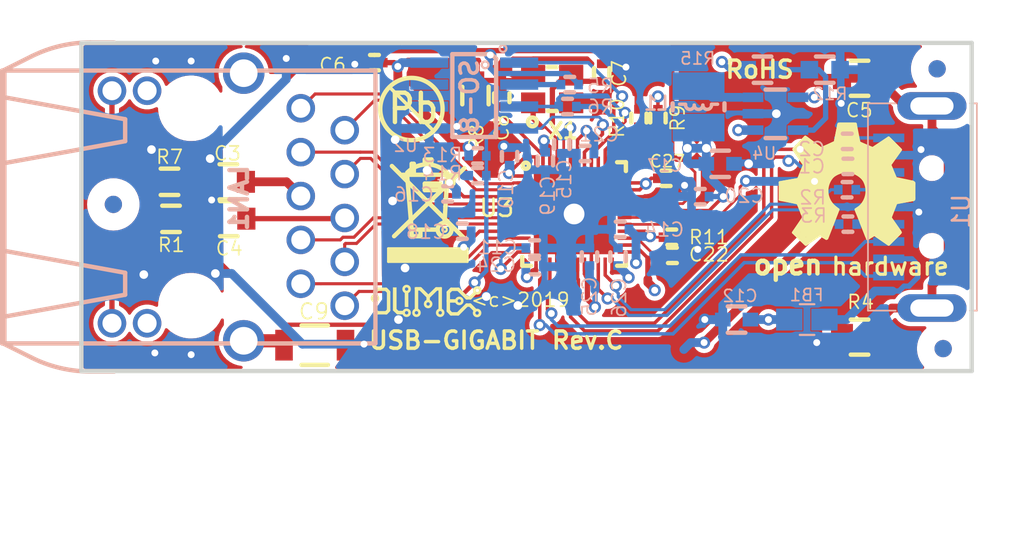
<source format=kicad_pcb>
(kicad_pcb (version 20221018) (generator pcbnew)
  (layers (0 "F.Cu" mixed) (1 "In1.Cu" mixed) (2 "In2.Cu" mixed) (31 "B.Cu" mixed) (34 "B.Paste" user) (35 "F.Paste" user) (36 "B.SilkS" user "B.Silkscreen") (37 "F.SilkS" user "F.Silkscreen") (38 "B.Mask" user) (39 "F.Mask" user) (44 "Edge.Cuts" user))
  (net 0 "")
  (net 1 "Net-(C3-Pad1)")
  (net 2 "GND")
  (net 3 "Net-(C4-Pad1)")
  (net 4 "Net-(C5-Pad1)")
  (net 5 "+3V3")
  (net 6 "Net-(C7-Pad2)")
  (net 7 "Net-(C8-Pad1)")
  (net 8 "Net-(C9-Pad1)")
  (net 9 "Net-(C12-Pad1)")
  (net 10 "/V12")
  (net 11 "Net-(LAN1-Pad12)")
  (net 12 "Net-(LAN1-Pad14)")
  (net 13 "Net-(R5-Pad2)")
  (net 14 "Net-(R6-Pad1)")
  (net 15 "Net-(R8-Pad1)")
  (net 16 "Net-(R10-Pad2)")
  (net 17 "Net-(R11-Pad1)")
  (net 18 "Net-(U2-Pad1)")
  (net 19 "Net-(U2-Pad6)")
  (net 20 "Net-(U2-Pad7)")
  (net 21 "Net-(U3-Pad39)")
  (net 22 "/U3STX_P")
  (net 23 "/U3TX_P")
  (net 24 "/U3STX_N")
  (net 25 "/U3TX_N")
  (net 26 "/VBUS")
  (net 27 "/LED0")
  (net 28 "/LED1")
  (net 29 "/M3_N")
  (net 30 "/M3_P")
  (net 31 "/M2_N")
  (net 32 "/M2_P")
  (net 33 "/M1_N")
  (net 34 "/M1_P")
  (net 35 "/M0_N")
  (net 36 "/M0_P")
  (net 37 "/U2D_P")
  (net 38 "/U2_P")
  (net 39 "/U2D_N")
  (net 40 "/U2_N")
  (net 41 "/U3SRX_N")
  (net 42 "/U3SRX_P")
  (net 43 "Net-(C22-Pad1)")
  (net 44 "Net-(L1-Pad1)")
  (net 45 "Net-(R12-Pad1)")
  (net 46 "Net-(U3-Pad36)")
  (net 47 "/LED2")
  (footprint "OLIMEX_Other-FP:via_0.5_0.6" (layer "F.Cu") (at 73.7235 73.533)
    (fp_text reference "REF**" hide)
    (fp_text value "via_0.5_0.6")
  )
  (footprint "OLIMEX_Other-FP:via_0.5_0.6" (layer "F.Cu") (at 73 69.65)
    (fp_text reference "REF**" hide)
    (fp_text value "via_0.5_0.6")
  )
  (footprint "OLIMEX_Other-FP:via_0.5_0.6" (layer "F.Cu") (at 73.15 66.1)
    (fp_text reference "REF**" hide)
    (fp_text value "via_0.5_0.6")
  )
  (footprint "OLIMEX_Other-FP:via_0.5_0.6" (layer "F.Cu") (at 95.2 64.6)
    (fp_text reference "REF**" hide)
    (fp_text value "via_0.5_0.6")
  )
  (footprint "OLIMEX_Other-FP:via_0.5_0.6" (layer "F.Cu") (at 93.6 67.5)
    (fp_text reference "REF**" hide)
    (fp_text value "via_0.5_0.6")
  )
  (footprint "OLIMEX_Other-FP:via_0.5_0.6" (layer "F.Cu") (at 78.4225 75.184)
    (fp_text reference "REF**" hide)
    (fp_text value "via_0.5_0.6")
  )
  (footprint "OLIMEX_Other-FP:via_0.5_0.6" (layer "F.Cu") (at 80.25 75.7)
    (fp_text reference "REF**" hide)
    (fp_text value "via_0.5_0.6")
  )
  (footprint "OLIMEX_Other-FP:via_0.5_0.6" (layer "F.Cu") (at 90.05 66.6)
    (fp_text reference "REF**" hide)
    (fp_text value "via_0.5_0.6")
  )
  (footprint "OLIMEX_Other-FP:via_0.5_0.6" (layer "F.Cu") (at 91.15 66.6)
    (fp_text reference "REF**" hide)
    (fp_text value "via_0.5_0.6")
  )
  (footprint "OLIMEX_LOGOs-FP:OLIMEX_LOGO_SMALL_TB" (layer "F.Cu") (at 74.93 75.438)
    (fp_text reference "")
    (fp_text value "")
  )
  (footprint "OLIMEX_LOGOs-FP:LOGO_OPENHARDWARE_8x8" (layer "F.Cu") (at 99.2759 69.1769)
    (fp_text reference "" hide)
    (fp_text value "" hide)
  )
  (footprint "OLIMEX_LOGOs-FP:LOGO_PBFREE" (layer "F.Cu") (at 74.295 64.643)
    (fp_text reference "")
    (fp_text value "")
  )
  (footprint "OLIMEX_RLC-FP:C_0805_5MIL_DWS" (layer "F.Cu") (at 63.5 68.5419 180)
    (fp_text reference "C3")
    (fp_text value "100nF")
  )
  (footprint "OLIMEX_RLC-FP:C_0805_5MIL_DWS" (layer "F.Cu") (at 63.5254 70.6755 180)
    (fp_text reference "C4")
    (fp_text value "100nF")
  )
  (footprint "OLIMEX_RLC-FP:C_0805_5MIL_DWS" (layer "F.Cu") (at 100.0125 62.5475 180)
    (fp_text reference "C5")
    (fp_text value "100nF/50V")
  )
  (footprint "OLIMEX_RLC-FP:C_0402_5MIL_DWS" (layer "F.Cu") (at 71.9535 61.6425)
    (fp_text reference "C6")
    (fp_text value "n.a.")
  )
  (footprint "OLIMEX_RLC-FP:C_0402_5MIL_DWS" (layer "F.Cu") (at 85.098 62.214 -90)
    (fp_text reference "C7")
    (fp_text value "39 pF")
  )
  (footprint "OLIMEX_RLC-FP:C_0402_5MIL_DWS" (layer "F.Cu") (at 79.3195 63.6745 90)
    (fp_text reference "C8")
    (fp_text value "39 pF")
  )
  (footprint "OLIMEX_RLC-FP:C_1206_5MIL_DWS_ISO" (layer "F.Cu") (at 68.5 78)
    (fp_text reference "C9")
    (fp_text value "1nF/2kV/X7R")
  )
  (footprint "OLIMEX_RLC-FP:C_0402_5MIL_DWS" (layer "F.Cu") (at 89.1874 72.8)
    (fp_text reference "C22")
    (fp_text value "100nF")
  )
  (footprint "OLIMEX_RLC-FP:R_0805_5MIL_DWS" (layer "F.Cu") (at 100.0125 77.5335 180)
    (fp_text reference "R4")
    (fp_text value "10R")
  )
  (footprint "OLIMEX_RLC-FP:R_0402_5MIL_DWS" (layer "F.Cu") (at 88.35 64.85 -90)
    (fp_text reference "R9")
    (fp_text value "2.2K")
  )
  (footprint "OLIMEX_RLC-FP:R_0402_5MIL_DWS" (layer "F.Cu") (at 87.249 64.85 -90)
    (fp_text reference "R10")
    (fp_text value "dnp")
  )
  (footprint "OLIMEX_RLC-FP:R_0402_5MIL_DWS" (layer "F.Cu") (at 89.15 71.75 180)
    (fp_text reference "R11")
    (fp_text value "2.2K")
  )
  (footprint "OLIMEX_LOGOs-FP:LOGO_RECYCLEBIN_1" (layer "F.Cu") (at 72.7075 73.2155)
    (fp_text reference "" hide)
    (fp_text value "" hide)
  )
  (footprint "OLIMEX_IC-FP:QFN48-6x6mm-OLIMEX_V2" (layer "F.Cu") (at 83.5 70.4055 -90)
    (fp_text reference "U3")
    (fp_text value "RTL8153VCCG")
  )
  (footprint "OLIMEX_Crystal-FP:TSX-3.2x2.5mm_GND(4)" (layer "F.Cu") (at 82.2325 63.1698)
    (fp_text reference "X1")
    (fp_text value "SMD РЕЗ. 3225 25 Mhz 20 pf 30ppm 4p")
  )
  (footprint "OLIMEX_Other-FP:via_0.5_0.6" (layer "F.Cu") (at 74.9935 67.8815)
    (fp_text reference "REF**" hide)
    (fp_text value "via_0.5_0.6")
  )
  (footprint "OLIMEX_Other-FP:via_0.5_0.6" (layer "F.Cu") (at 73.3425 76.5175)
    (fp_text reference "REF**" hide)
    (fp_text value "via_0.5_0.6")
  )
  (footprint "OLIMEX_Other-FP:via_0.5_0.6" (layer "F.Cu") (at 62.75 73.85)
    (fp_text reference "REF**" hide)
    (fp_text value "via_0.5_0.6")
  )
  (footprint "OLIMEX_Other-FP:via_0.5_0.6" (layer "F.Cu") (at 58.6105 73.914)
    (fp_text reference "REF**" hide)
    (fp_text value "via_0.5_0.6")
  )
  (footprint "OLIMEX_Other-FP:via_0.5_0.6" (layer "F.Cu") (at 59.055 66.675)
    (fp_text reference "REF**" hide)
    (fp_text value "via_0.5_0.6")
  )
  (footprint "OLIMEX_Other-FP:via_0.5_0.6" (layer "F.Cu") (at 62.45 67.2)
    (fp_text reference "REF**" hide)
    (fp_text value "via_0.5_0.6")
  )
  (footprint "OLIMEX_Other-FP:Fiducial1x3_transp" (layer "F.Cu") (at 104.5 62)
    (fp_text reference "Ref**" hide)
    (fp_text value "Val**")
  )
  (footprint "OLIMEX_Other-FP:Fiducial1x3_transp" (layer "F.Cu") (at 104.85 78.2)
    (fp_text reference "Ref**" hide)
    (fp_text value "Val**")
  )
  (footprint "OLIMEX_Other-FP:Fiducial1x3_transp" (layer "F.Cu") (at 56.85 69.85)
    (fp_text reference "Ref**" hide)
    (fp_text value "Val**")
  )
  (footprint "OLIMEX_RLC-FP:C_0402_5MIL_DWS" (layer "F.Cu") (at 88.8238 68.3387)
    (fp_text reference "C27")
    (fp_text value "100nF")
  )
  (footprint "OLIMEX_RLC-FP:R_0603_5MIL_DWS" (layer "F.Cu") (at 60.1853 70.6882)
    (fp_text reference "R1")
    (fp_text value "1K")
  )
  (footprint "OLIMEX_RLC-FP:R_0603_5MIL_DWS" (layer "F.Cu") (at 60.0964 68.5419)
    (fp_text reference "R7")
    (fp_text value "1K")
  )
  (footprint "OLIMEX_RLC-FP:R_0603_5MIL_DWS" (layer "F.Cu") (at 77.7955 63.5475 90)
    (fp_text reference "R8")
    (fp_text value "2.49K/1%")
  )
  (footprint "OLIMEX_RLC-FP:C_0402_5MIL_DWS" (layer "B.Cu") (at 99.3 66.2)
    (fp_text reference "C2")
    (fp_text value "100nF")
  )
  (footprint "OLIMEX_RLC-FP:C_0402_5MIL_DWS" (layer "B.Cu") (at 79.7687 67.0687 -90)
    (fp_text reference "C10")
    (fp_text value "100nF")
  )
  (footprint "OLIMEX_RLC-FP:C_0402_5MIL_DWS" (layer "B.Cu") (at 81.2165 72.374 180)
    (fp_text reference "C11")
    (fp_text value "100nF")
  )
  (footprint "OLIMEX_RLC-FP:C_0603_5MIL_DWS" (layer "B.Cu") (at 92.9005 76.5175 180)
    (fp_text reference "C12")
    (fp_text value "2.2uF")
  )
  (footprint "OLIMEX_RLC-FP:C_0402_5MIL_DWS" (layer "B.Cu") (at 86.1695 71.2945)
    (fp_text reference "C14")
    (fp_text value "100nF")
  )
  (footprint "OLIMEX_RLC-FP:C_0402_5MIL_DWS" (layer "B.Cu") (at 82.7913 66.3829 90)
    (fp_text reference "C15")
    (fp_text value "100nF")
  )
  (footprint "OLIMEX_RLC-FP:C_0402_5MIL_DWS" (layer "B.Cu") (at 76.1873 69.2404)
    (fp_text reference "C16")
    (fp_text value "100nF")
  )
  (footprint "OLIMEX_RLC-FP:C_0603_5MIL_DWS" (layer "B.Cu") (at 91.95 67.5)
    (fp_text reference "C17")
    (fp_text value "2.2uF")
  )
  (footprint "OLIMEX_RLC-FP:C_0402_5MIL_DWS" (layer "B.Cu") (at 77.0382 71.3994)
    (fp_text reference "C18")
    (fp_text value "100nF")
  )
  (footprint "OLIMEX_RLC-FP:C_0402_5MIL_DWS" (layer "B.Cu") (at 81.8388 67.3354 90)
    (fp_text reference "C19")
    (fp_text value "100nF")
  )
  (footprint "OLIMEX_RLC-FP:C_0402_5MIL_DWS" (layer "B.Cu") (at 90.8 69.4)
    (fp_text reference "C20")
    (fp_text value "100nF")
  )
  (footprint "OLIMEX_RLC-FP:C_0402_5MIL_DWS" (layer "B.Cu") (at 84.1375 66.9036)
    (fp_text reference "C21")
    (fp_text value "100nF")
  )
  (footprint "OLIMEX_RLC-FP:C_0402_5MIL_DWS" (layer "B.Cu") (at 81.2165 73.4535 180)
    (fp_text reference "C24")
    (fp_text value "100nF")
  )
  (footprint "OLIMEX_RLC-FP:C_0402_5MIL_DWS" (layer "B.Cu") (at 84.3915 72.882 -90)
    (fp_text reference "C25")
    (fp_text value "100nF")
  )
  (footprint "OLIMEX_RLC-FP:C_0402_5MIL_DWS" (layer "B.Cu") (at 86.0425 72.882 -90)
    (fp_text reference "C26")
    (fp_text value "100nF")
  )
  (footprint "OLIMEX_RLC-FP:L_0805_5MIL_DWS" (layer "B.Cu") (at 96.964501 76.5175 180)
    (fp_text reference "FB1")
    (fp_text value "FB0805")
  )
  (footprint "OLIMEX_Connectors-FP:TM211Q01FM22" (layer "B.Cu") (at 61.3415 70 -90)
    (fp_text reference "LAN1")
    (fp_text value "TM211Q01FM22")
  )
  (footprint "OLIMEX_RLC-FP:R_0402_5MIL_DWS" (layer "B.Cu") (at 99.2886 68.9991)
    (fp_text reference "R2")
    (fp_text value "22R")
  )
  (footprint "OLIMEX_RLC-FP:R_0402_5MIL_DWS" (layer "B.Cu") (at 99.3394 70.993)
    (fp_text reference "R3")
    (fp_text value "22R")
  )
  (footprint "OLIMEX_RLC-FP:R_0402_5MIL_DWS" (layer "B.Cu") (at 83.2485 62.9125 180)
    (fp_text reference "R5")
    (fp_text value "n.a.")
  )
  (footprint "OLIMEX_RLC-FP:R_0402_5MIL_DWS" (layer "B.Cu") (at 83.1215 64.1825)
    (fp_text reference "R6")
    (fp_text value "n.a.")
  )
  (footprint "OLIMEX_RLC-FP:R_0402_5MIL_DWS" (layer "B.Cu") (at 77.9145 67.04)
    (fp_text reference "R13")
    (fp_text value "n.a.")
  )
  (footprint "OLIMEX_RLC-FP:R_0402_5MIL_DWS" (layer "B.Cu") (at 77.9145 68.183 180)
    (fp_text reference "R14")
    (fp_text value "dnp")
  )
  (footprint "OLIMEX_IC-FP:SO-8" (layer "B.Cu") (at 77.724 63.5475 -90)
    (fp_text reference "U2")
    (fp_text value "93LC46")
  )
  (footprint "OLIMEX_Other-FP:Fiducial1x3_transp" (layer "B.Cu") (at 56.85 69.85)
    (fp_text reference "Ref**" hide)
    (fp_text value "Val**")
  )
  (footprint "OLIMEX_Other-FP:Fiducial1x3_transp" (layer "B.Cu") (at 104.5 62)
    (fp_text reference "Ref**" hide)
    (fp_text value "Val**")
  )
  (footprint "OLIMEX_Other-FP:Fiducial1x3_transp" (layer "B.Cu") (at 104.85 78.2)
    (fp_text reference "Ref**" hide)
    (fp_text value "Val**")
  )
  (footprint "OLIMEX_Connectors-FP:USB3_A_MALE" (layer "B.Cu") (at 106.85 70 -90)
    (fp_text reference "U1")
    (fp_text value "USBA30MALE")
  )
  (footprint "OLIMEX_RLC-FP:CD32" (layer "B.Cu") (at 90.7 64.2 -90)
    (fp_text reference "L1")
    (fp_text value "2.2uH")
  )
  (footprint "OLIMEX_RLC-FP:R_0603_5MIL_DWS" (layer "B.Cu") (at 98 62.05)
    (fp_text reference "R12")
    (fp_text value "1.1K/1%")
  )
  (footprint "OLIMEX_RLC-FP:R_0603_5MIL_DWS" (layer "B.Cu") (at 94.4 62.05)
    (fp_text reference "R15")
    (fp_text value "1.1K/1%")
  )
  (footprint "OLIMEX_IC-FP:SOT-23-5" (layer "B.Cu") (at 95.15 64.6 180)
    (fp_text reference "U4")
    (fp_text value "SY8009AAAC(SOT23-5)")
  )
  (footprint "OLIMEX_RLC-FP:C_0402_5MIL_DWS" (layer "B.Cu") (at 99.3394 67.65)
    (fp_text reference "C1")
    (fp_text value "100nF")
  )
  (gr_line (start 55 79.5) (end 55 60.5) (stroke (width 0.25)) (layer "Edge.Cuts"))
  (gr_line (start 106.5 79.5) (end 55 79.5) (stroke (width 0.25)) (layer "Edge.Cuts"))
  (gr_line (start 106.5 60.5) (end 106.5 79.5) (stroke (width 0.25)) (layer "Edge.Cuts"))
  (gr_line (start 55 60.5) (end 106.5 60.5) (stroke (width 0.25)) (layer "Edge.Cuts"))
  (gr_text "USB-GIGABIT Rev.C" (at 78.994 77.724) (layer "F.SilkS") (effects (font (size 1 1) (thickness 0.2))))
  (gr_text "RoHS" (at 94.234 62.0395) (layer "F.SilkS") (effects (font (size 1 1) (thickness 0.2))))
  (gr_text "<c>2019" (at 80.391 75.3745) (layer "F.SilkS") (effects (font (size 0.8 0.8) (thickness 0.1))))
  (segment (start 64.516 68.5419) (end 66.8684 68.5419) (width 0.508) (layer "F.Cu") (net 1))
  (segment (start 66.8684 68.5419) (end 67.6915 69.365) (width 0.508) (layer "F.Cu") (net 1))
  (segment (start 85.372593 63.573007) (end 85.372593 63.48935) (width 0.3048) (layer "F.Cu") (net 2))
  (segment (start 86.0811 62.3189) (end 86.150001 62.249999) (width 0.3048) (layer "F.Cu") (net 2))
  (segment (start 82.5 73.3255) (end 82.5 71.7355) (width 0.1999) (layer "F.Cu") (net 2))
  (segment (start 87.274 64.3382) (end 87.249 64.3382) (width 0.2032) (layer "F.Cu") (net 2))
  (segment (start 62.484 68.5419) (end 62.484 69.5452) (width 0.3048) (layer "F.Cu") (net 2))
  (segment (start 71.2885 78) (end 71.3486 77.9399) (width 0.3048) (layer "F.Cu") (net 2))
  (segment (start 83.448873 64.392373) (end 83.564891 64.392373) (width 0.1999) (layer "F.Cu") (net 2))
  (segment (start 89.230201 69.4055) (end 89.890601 68.7451) (width 0.1999) (layer "F.Cu") (net 2))
  (segment (start 97.8535 77.5335) (end 97.536 77.851) (width 0.508) (layer "F.Cu") (net 2))
  (segment (start 87.249 62.649) (end 86.849999 62.249999) (width 0.1999) (layer "F.Cu") (net 2))
  (segment (start 82.5 71.7355) (end 82.335 71.5705) (width 0.1999) (layer "F.Cu") (net 2))
  (segment (start 79.9719 61.4426) (end 79.375 62.0395) (width 0.3048) (layer "F.Cu") (net 2))
  (segment (start 89.3318 68.3387) (end 89.484201 68.3387) (width 0.3048) (layer "F.Cu") (net 2))
  (segment (start 82.9 73.3255) (end 82.9 72.1355) (width 0.1999) (layer "F.Cu") (net 2))
  (segment (start 82.9 72.1355) (end 82.335 71.5705) (width 0.1999) (layer "F.Cu") (net 2))
  (segment (start 84.244311 61.432111) (end 81.1405 61.432111) (width 0.3048) (layer "F.Cu") (net 2))
  (segment (start 62.484 69.5452) (end 62.5348 69.596) (width 0.3048) (layer "F.Cu") (net 2))
  (segment (start 81.1405 61.7792) (end 81.1405 62.684) (width 0.3048) (layer "F.Cu") (net 2))
  (segment (start 85.8139 63.048043) (end 85.8139 62.3189) (width 0.3048) (layer "F.Cu") (net 2))
  (segment (start 83.3325 63.9698) (end 84.9758 63.9698) (width 0.508) (layer "F.Cu") (net 2))
  (segment (start 79.3918 62.684) (end 79.3195 62.6117) (width 0.3048) (layer "F.Cu") (net 2))
  (segment (start 81.1405 62.684) (end 79.3918 62.684) (width 0.3048) (layer "F.Cu") (net 2))
  (segment (start 85.8139 62.3189) (end 85.8139 61.8421) (width 0.3048) (layer "F.Cu") (net 2))
  (segment (start 84.5 73.3255) (end 84.5 71.7355) (width 0.1999) (layer "F.Cu") (net 2))
  (segment (start 62.5348 70.6501) (end 62.5094 70.6755) (width 0.3048) (layer "F.Cu") (net 2))
  (segment (start 84.83 69.4055) (end 84.665 69.2405) (width 0.1999) (layer "F.Cu") (net 2))
  (segment (start 85.372593 63.48935) (end 85.8139 63.048043) (width 0.3048) (layer "F.Cu") (net 2))
  (segment (start 89.484201 68.3387) (end 89.890601 68.7451) (width 0.3048) (layer "F.Cu") (net 2))
  (segment (start 79.3188 62.611) (end 79.2553 62.6745) (width 0.3048) (layer "F.Cu") (net 2))
  (segment (start 79.2553 62.6745) (end 77.8115 62.6745) (width 0.3048) (layer "F.Cu") (net 2))
  (segment (start 70.278 78) (end 71.2885 78) (width 0.3048) (layer "F.Cu") (net 2))
  (segment (start 83.3405 64.284) (end 83.448873 64.392373) (width 0.1999) (layer "F.Cu") (net 2))
  (segment (start 84.9758 63.9698) (end 85.372593 63.573007) (width 0.508) (layer "F.Cu") (net 2))
  (segment (start 85.8139 61.8421) (end 85.6778 61.706) (width 0.3048) (layer "F.Cu") (net 2))
  (segment (start 81.153 61.4426) (end 79.9719 61.4426) (width 0.3048) (layer "F.Cu") (net 2))
  (segment (start 62.5348 69.596) (end 62.5348 70.6501) (width 0.3048) (layer "F.Cu") (net 2))
  (segment (start 77.8115 62.6745) (end 77.7955 62.6585) (width 0.3048) (layer "F.Cu") (net 2))
  (segment (start 86.150001 62.249999) (end 86.5 61.9) (width 0.3048) (layer "F.Cu") (net 2))
  (segment (start 86.42 69.4055) (end 89.230201 69.4055) (width 0.1999) (layer "F.Cu") (net 2))
  (segment (start 87.249 64.3382) (end 87.3302 64.3382) (width 0.1999) (layer "F.Cu") (net 2))
  (segment (start 71.4455 61.6425) (end 70.8907 61.6425) (width 0.3048) (layer "F.Cu") (net 2))
  (segment (start 59.055 66.675) (end 59.0677 66.675) (width 0.508) (layer "F.Cu") (net 2))
  (segment (start 85.8139 62.3189) (end 86.0811 62.3189) (width 0.3048) (layer "F.Cu") (net 2))
  (segment (start 81.153 61.7667) (end 81.153 61.4426) (width 0.3048) (layer "F.Cu") (net 2))
  (segment (start 86.849999 62.249999) (end 86.5 61.9) (width 0.1999) (layer "F.Cu") (net 2))
  (segment (start 70.8907 61.6425) (end 70.8152 61.718) (width 0.3048) (layer "F.Cu") (net 2))
  (segment (start 87.249 64.342) (end 87.249 62.649) (width 0.1999) (layer "F.Cu") (net 2))
  (segment (start 84.5 71.7355) (end 84.665 71.5705) (width 0.1999) (layer "F.Cu") (net 2))
  (segment (start 86.42 69.4055) (end 84.83 69.4055) (width 0.1999) (layer "F.Cu") (net 2))
  (segment (start 79.3195 62.6117) (end 79.3188 62.611) (width 0.3048) (layer "F.Cu") (net 2))
  (segment (start 81.1405 61.432111) (end 81.1405 61.7792) (width 0.3048) (layer "F.Cu") (net 2))
  (segment (start 84.5182 61.706) (end 84.244311 61.432111) (width 0.3048) (layer "F.Cu") (net 2))
  (segment (start 98.9965 77.5335) (end 97.8535 77.5335) (width 0.508) (layer "F.Cu") (net 2))
  (segment (start 85.6778 61.706) (end 85.098 61.706) (width 0.3048) (layer "F.Cu") (net 2))
  (segment (start 90.6493 72.4502) (end 90.6526 72.4535) (width 0.3048) (layer "F.Cu") (net 2))
  (segment (start 79.3195 63.1665) (end 79.3195 62.6117) (width 0.3048) (layer "F.Cu") (net 2))
  (segment (start 81.1405 61.7792) (end 81.153 61.7667) (width 0.3048) (layer "F.Cu") (net 2))
  (segment (start 70.8152 61.718) (end 70.8152 61.7347) (width 0.3048) (layer "F.Cu") (net 2))
  (via (at 79.4385 66.4845) (size 0.7) (drill 0.4) (layers "F.Cu" "B.Cu") (net 2))
  (via (at 97.536 77.851) (size 0.7) (drill 0.4) (layers "F.Cu" "B.Cu") (net 2))
  (via (at 70.8152 61.7347) (size 0.7) (drill 0.4) (layers "F.Cu" "B.Cu") (net 2))
  (via (at 103.5685 66.675) (size 0.7) (drill 0.4) (layers "F.Cu" "B.Cu") (net 2))
  (via (at 86.5 61.9) (size 0.7) (drill 0.4) (layers "F.Cu" "B.Cu") (net 2))
  (via (at 76.717018 65.332482) (size 0.7) (drill 0.4) (layers "F.Cu" "B.Cu") (net 2))
  (via (at 90.6526 72.4535) (size 0.7) (drill 0.4) (layers "F.Cu" "B.Cu") (net 2))
  (via (at 61.35 78.55) (size 0.7) (drill 0.4) (layers "F.Cu" "B.Cu") (net 2))
  (via (at 103.4415 70.2945) (size 0.7) (drill 0.4) (layers "F.Cu" "B.Cu") (net 2))
  (via (at 66.85 61.4) (size 0.7) (drill 0.4) (layers "F.Cu" "B.Cu") (net 2))
  (via (at 62.5348 69.596) (size 0.7) (drill 0.4) (layers "F.Cu" "B.Cu") (net 2))
  (via (at 71.3486 77.9399) (size 0.7) (drill 0.4) (layers "F.Cu" "B.Cu") (net 2))
  (via (at 61.35 61.55) (size 0.7) (drill 0.4) (layers "F.Cu" "B.Cu") (net 2))
  (via (at 98.95 64) (size 0.7) (drill 0.4) (layers "F.Cu" "B.Cu") (net 2))
  (via (at 59.3 61.55) (size 0.7) (drill 0.4) (layers "F.Cu" "B.Cu") (net 2))
  (via (at 59.25 78.45) (size 0.7) (drill 0.4) (layers "F.Cu" "B.Cu") (net 2))
  (via (at 91.059 76.5175) (size 0.7) (drill 0.4) (layers "F.Cu" "B.Cu") (net 2))
  (via (at 89.890601 68.7451) (size 0.7) (drill 0.4) (layers "F.Cu" "B.Cu") (net 2))
  (segment (start 81.8388 67.8434) (end 81.8388 68.7443) (width 0.508) (layer "B.Cu") (net 2))
  (segment (start 82.7913 67.9958) (end 83.5 68.7045) (width 0.3048) (layer "B.Cu") (net 2))
  (segment (start 92.0115 76.5175) (end 91.059 76.5175) (width 0.508) (layer "B.Cu") (net 2))
  (segment (start 101.7035 67) (end 103.2435 67) (width 0.3048) (layer "B.Cu") (net 2))
  (segment (start 89.890601 69.240601) (end 90.05 69.4) (width 0.3048) (layer "B.Cu") (net 2))
  (segment (start 81.8388 68.7443) (end 82.1 69.0055) (width 0.508) (layer "B.Cu") (net 2))
  (segment (start 85.6615 71.2945) (end 84.389 71.2945) (width 0.3048) (layer "B.Cu") (net 2))
  (segment (start 76.597 65.4525) (end 76.717018 65.332482) (width 0.1999) (layer "B.Cu") (net 2))
  (segment (start 82.7913 66.8909) (end 83.6041 66.8909) (width 0.3048) (layer "B.Cu") (net 2))
  (segment (start 84.389 71.2945) (end 83.5 70.4055) (width 0.3048) (layer "B.Cu") (net 2))
  (segment (start 67.78574 77.9399) (end 70.853626 77.9399) (width 0.508) (layer "B.Cu") (net 2))
  (segment (start 75.124 65.4525) (end 76.597 65.4525) (width 0.1999) (layer "B.Cu") (net 2))
  (segment (start 85.111899 64.1825) (end 86.454501 65.525102) (width 0.3048) (layer "B.Cu") (net 2))
  (segment (start 66.85 62.6) (end 66.85 61.4) (width 0.508) (layer "B.Cu") (net 2))
  (segment (start 76.535001 67.581501) (end 75.293499 67.581501) (width 0.508) (layer "B.Cu") (net 2))
  (segment (start 74.4601 68.4149) (end 74.9935 67.8815) (width 0.508) (layer "B.Cu") (net 2))
  (segment (start 75.6793 69.2404) (end 74.9213 69.2404) (width 0.508) (layer "B.Cu") (net 2))
  (segment (start 86.454501 65.525102) (end 86.454501 65.67059) (width 0.3048) (layer "B.Cu") (net 2))
  (segment (start 77.1365 68.183) (end 76.535001 67.581501) (width 0.508) (layer "B.Cu") (net 2))
  (segment (start 74.4601 68.7792) (end 74.4601 68.4149) (width 0.508) (layer "B.Cu") (net 2))
  (segment (start 101.7035 70) (end 103.147 70) (width 0.3048) (layer "B.Cu") (net 2))
  (segment (start 62.75 73.85) (end 63.69584 73.85) (width 0.508) (layer "B.Cu") (net 2))
  (segment (start 89.890601 68.7451) (end 89.890601 69.240601) (width 0.3048) (layer "B.Cu") (net 2))
  (segment (start 79.7687 66.5607) (end 79.5147 66.5607) (width 0.3048) (layer "B.Cu") (net 2))
  (segment (start 79.5147 66.5607) (end 79.4385 66.4845) (width 0.3048) (layer "B.Cu") (net 2))
  (segment (start 77.4065 68.183) (end 77.1365 68.183) (width 0.508) (layer "B.Cu") (net 2))
  (segment (start 83.5 68.7045) (end 83.5 70.4055) (width 0.3048) (layer "B.Cu") (net 2))
  (segment (start 84.3915 72.374) (end 84.3915 71.297) (width 0.3048) (layer "B.Cu") (net 2))
  (segment (start 83.6041 66.8909) (end 83.6168 66.9036) (width 0.3048) (layer "B.Cu") (net 2))
  (segment (start 83.6295 64.1825) (end 85.111899 64.1825) (width 0.3048) (layer "B.Cu") (net 2))
  (segment (start 82.7913 66.8909) (end 82.7913 67.9958) (width 0.3048) (layer "B.Cu") (net 2))
  (segment (start 75.293499 67.581501) (end 74.9935 67.8815) (width 0.508) (layer "B.Cu") (net 2))
  (segment (start 85.6615 71.993) (end 86.0425 72.374) (width 0.3048) (layer "B.Cu") (net 2))
  (segment (start 70.853626 77.9399) (end 71.3486 77.9399) (width 0.508) (layer "B.Cu") (net 2))
  (segment (start 90.05 69.4) (end 90.292 69.4) (width 0.3048) (layer "B.Cu") (net 2))
  (segment (start 85.6615 71.2945) (end 85.6615 71.993) (width 0.3048) (layer "B.Cu") (net 2))
  (segment (start 103.2435 67) (end 103.5685 66.675) (width 0.3048) (layer "B.Cu") (net 2))
  (segment (start 103.147 70) (end 103.4415 70.2945) (width 0.3048) (layer "B.Cu") (net 2))
  (segment (start 74.9213 69.2404) (end 74.4601 68.7792) (width 0.508) (layer "B.Cu") (net 2))
  (segment (start 63.69584 73.85) (end 67.78574 77.9399) (width 0.508) (layer "B.Cu") (net 2))
  (segment (start 86.454501 65.67059) (end 86.8045 66.020589) (width 0.3048) (layer "B.Cu") (net 2))
  (segment (start 62.45 67.2) (end 62.45 67) (width 0.508) (layer "B.Cu") (net 2))
  (segment (start 83.6905 70.215) (end 83.5 70.4055) (width 0.3048) (layer "B.Cu") (net 2))
  (segment (start 86.8045 65.525615) (end 86.8045 66.020589) (width 0.3048) (layer "B.Cu") (net 2))
  (segment (start 62.45 67) (end 66.85 62.6) (width 0.508) (layer "B.Cu") (net 2))
  (segment (start 84.3915 71.297) (end 83.5 70.4055) (width 0.3048) (layer "B.Cu") (net 2))
  (segment (start 70.191 70.6755) (end 70.2315 70.635) (width 0.3048) (layer "F.Cu") (net 3))
  (segment (start 64.5414 70.6755) (end 70.191 70.6755) (width 0.3048) (layer "F.Cu") (net 3))
  (segment (start 104.2035 64.15) (end 104.2035 65.458) (width 0.508) (layer "F.Cu") (net 4))
  (segment (start 105.137501 66.392001) (end 105.137501 73.607999) (width 0.508) (layer "F.Cu") (net 4))
  (segment (start 102.631 64.15) (end 104.2035 64.15) (width 0.508) (layer "F.Cu") (net 4))
  (segment (start 101.0285 62.5475) (end 102.631 64.15) (width 0.508) (layer "F.Cu") (net 4))
  (segment (start 104.2035 74.542) (end 104.2035 75.85) (width 0.508) (layer "F.Cu") (net 4))
  (segment (start 104.2035 65.458) (end 105.137501 66.392001) (width 0.508) (layer "F.Cu") (net 4))
  (segment (start 101.0285 77.5335) (end 101.0285 76.708) (width 0.508) (layer "F.Cu") (net 4))
  (segment (start 101.8865 75.85) (end 104.2035 75.85) (width 0.508) (layer "F.Cu") (net 4))
  (segment (start 101.0285 76.708) (end 101.8865 75.85) (width 0.508) (layer "F.Cu") (net 4))
  (segment (start 105.137501 73.607999) (end 104.2035 74.542) (width 0.508) (layer "F.Cu") (net 4))
  (segment (start 87.609727 71.4055) (end 87.895878 71.691651) (width 0.1999) (layer "F.Cu") (net 5))
  (segment (start 88.642 71.75) (end 87.954227 71.75) (width 0.15494) (layer "F.Cu") (net 5))
  (segment (start 87.300001 68.999999) (end 87.65 68.65) (width 0.1999) (layer "F.Cu") (net 5))
  (segment (start 87.9613 68.3387) (end 87.65 68.65) (width 0.1999) (layer "F.Cu") (net 5))
  (segment (start 73.3044 63.039338) (end 73.3044 62.356674) (width 0.508) (layer "F.Cu") (net 5))
  (segment (start 86.42 69.0055) (end 87.2945 69.0055) (width 0.1999) (layer "F.Cu") (net 5))
  (segment (start 80.666445 67.1) (end 79.733345 68.0331) (width 0.1999) (layer "F.Cu") (net 5))
  (segment (start 81.3 67.1) (end 80.666445 67.1) (width 0.1999) (layer "F.Cu") (net 5))
  (segment (start 86.42 71.4055) (end 87.609727 71.4055) (width 0.1999) (layer "F.Cu") (net 5))
  (segment (start 83.3 67.4855) (end 83.2866 67.4721) (width 0.1999) (layer "F.Cu") (net 5))
  (segment (start 77.3938 66.5353) (end 76.800362 66.5353) (width 0.508) (layer "F.Cu") (net 5))
  (segment (start 72.4615 61.6425) (end 73.0852 61.6425) (width 0.3048) (layer "F.Cu") (net 5))
  (segment (start 79.905745 68.2055) (end 79.733345 68.0331) (width 0.1999) (layer "F.Cu") (net 5))
  (segment (start 83.2866 67.4721) (end 83.2866 65.422665) (width 0.1999) (layer "F.Cu") (net 5))
  (segment (start 87.954227 71.75) (end 87.895878 71.691651) (width 0.15494) (layer "F.Cu") (net 5))
  (segment (start 87.0839 72.8339) (end 87.0839 73.2409) (width 0.1999) (layer "F.Cu") (net 5))
  (segment (start 83.2866 65.422665) (end 83.277947 65.414012) (width 0.1999) (layer "F.Cu") (net 5))
  (segment (start 87.2945 69.0055) (end 87.300001 68.999999) (width 0.1999) (layer "F.Cu") (net 5))
  (segment (start 87.6055 68.6055) (end 87.65 68.65) (width 0.1999) (layer "F.Cu") (net 5))
  (segment (start 73.0852 61.6425) (end 73.3044 61.8617) (width 0.3048) (layer "F.Cu") (net 5))
  (segment (start 80.58 72.6055) (end 80.239 72.6055) (width 0.1999) (layer "F.Cu") (net 5))
  (segment (start 76.800362 66.5353) (end 73.3044 63.039338) (width 0.508) (layer "F.Cu") (net 5))
  (segment (start 80.58 68.2055) (end 79.905745 68.2055) (width 0.1999) (layer "F.Cu") (net 5))
  (segment (start 86.42 68.6055) (end 87.6055 68.6055) (width 0.1999) (layer "F.Cu") (net 5))
  (segment (start 88.350001 63.6) (end 88.350001 64.341999) (width 0.1999) (layer "F.Cu") (net 5))
  (segment (start 86.42 72.6055) (end 86.8555 72.6055) (width 0.1999) (layer "F.Cu") (net 5))
  (segment (start 88.350001 64.341999) (end 88.35 64.342) (width 0.1999) (layer "F.Cu") (net 5))
  (segment (start 80.239 72.6055) (end 79.2607 73.5838) (width 0.1999) (layer "F.Cu") (net 5))
  (segment (start 86.8555 72.6055) (end 87.0839 72.8339) (width 0.1999) (layer "F.Cu") (net 5))
  (segment (start 88.3158 68.3387) (end 87.9613 68.3387) (width 0.1999) (layer "F.Cu") (net 5))
  (segment (start 87.6682 68.65) (end 87.65 68.65) (width 0.508) (layer "F.Cu") (net 5))
  (segment (start 73.3044 62.356674) (end 73.3044 61.8617) (width 0.508) (layer "F.Cu") (net 5))
  (segment (start 81.3 67.4855) (end 81.3 67.1) (width 0.1999) (layer "F.Cu") (net 5))
  (via (at 79.2607 73.5838) (size 0.7) (drill 0.4) (layers "F.Cu" "B.Cu") (net 5))
  (via (at 87.65 68.65) (size 0.7) (drill 0.4) (layers "F.Cu" "B.Cu") (net 5))
  (via (at 87.895878 71.691651) (size 0.7) (drill 0.4) (layers "F.Cu" "B.Cu") (net 5))
  (via (at 87.0839 73.2409) (size 0.7) (drill 0.4) (layers "F.Cu" "B.Cu") (net 5))
  (via (at 83.277947 65.414012) (size 0.7) (drill 0.4) (layers "F.Cu" "B.Cu") (net 5))
  (via (at 73.3044 61.8617) (size 0.7) (drill 0.4) (layers "F.Cu" "B.Cu") (net 5))
  (via (at 88.350001 63.6) (size 0.7) (drill 0.4) (layers "F.Cu" "B.Cu") (net 5))
  (via (at 79.733345 68.0331) (size 0.7) (drill 0.4) (layers "F.Cu" "B.Cu") (net 5))
  (via (at 77.3938 66.5353) (size 0.7) (drill 0.4) (layers "F.Cu" "B.Cu") (net 5))
  (segment (start 82.7913 65.8749) (end 82.817059 65.8749) (width 0.508) (layer "B.Cu") (net 5))
  (segment (start 73.5236 61.6425) (end 73.3044 61.8617) (width 0.508) (layer "B.Cu") (net 5))
  (segment (start 82.817059 65.8749) (end 83.277947 65.414012) (width 0.508) (layer "B.Cu") (net 5))
  (segment (start 79.2607 72.9361) (end 79.8228 72.374) (width 0.1999) (layer "B.Cu") (net 5))
  (segment (start 87.0839 71.7009) (end 87.0839 73.2409) (width 0.508) (layer "B.Cu") (net 5))
  (segment (start 86.6775 71.2945) (end 87.0839 71.7009) (width 0.508) (layer "B.Cu") (net 5))
  (segment (start 86.6775 71.2945) (end 86.6869 71.2945) (width 0.508) (layer "B.Cu") (net 5))
  (segment (start 77.4065 66.548) (end 77.3938 66.5353) (width 0.508) (layer "B.Cu") (net 5))
  (segment (start 79.7687 67.5767) (end 79.7687 68.0266) (width 0.1999) (layer "B.Cu") (net 5))
  (segment (start 79.2607 73.5838) (end 79.2607 72.9361) (width 0.1999) (layer "B.Cu") (net 5))
  (segment (start 87.0966 71.7042) (end 87.883329 71.7042) (width 0.508) (layer "B.Cu") (net 5))
  (segment (start 77.4065 67.04) (end 77.4065 66.548) (width 0.508) (layer "B.Cu") (net 5))
  (segment (start 87.883329 71.7042) (end 87.895878 71.691651) (width 0.508) (layer "B.Cu") (net 5))
  (segment (start 79.7622 68.0331) (end 79.733345 68.0331) (width 0.1999) (layer "B.Cu") (net 5))
  (segment (start 75.124 61.6425) (end 73.5236 61.6425) (width 0.508) (layer "B.Cu") (net 5))
  (segment (start 79.8228 72.374) (end 80.7085 72.374) (width 0.1999) (layer "B.Cu") (net 5))
  (segment (start 79.7687 68.0266) (end 79.7622 68.0331) (width 0.1999) (layer "B.Cu") (net 5))
  (segment (start 86.6869 71.2945) (end 87.0966 71.7042) (width 0.508) (layer "B.Cu") (net 5))
  (segment (start 83.5373 62.722) (end 85.098 62.722) (width 0.3048) (layer "F.Cu") (net 6))
  (segment (start 83.3325 62.3698) (end 83.034178 62.3698) (width 0.3048) (layer "F.Cu") (net 6))
  (segment (start 82.9 67.4855) (end 82.9 66.00853) (width 0.15494) (layer "F.Cu") (net 6))
  (segment (start 83.034178 62.3698) (end 82.2452 63.158778) (width 0.3048) (layer "F.Cu") (net 6))
  (segment (start 83.2325 62.3698) (end 83.3325 62.3698) (width 0.15494) (layer "F.Cu") (net 6))
  (segment (start 82.2452 65.35373) (end 82.2452 65.1764) (width 0.15494) (layer "F.Cu") (net 6))
  (segment (start 83.3325 62.3698) (end 83.3325 62.5172) (width 0.3048) (layer "F.Cu") (net 6))
  (segment (start 82.9 66.00853) (end 82.2452 65.35373) (width 0.15494) (layer "F.Cu") (net 6))
  (segment (start 82.2452 63.158778) (end 82.2452 65.1764) (width 0.3048) (layer "F.Cu") (net 6))
  (segment (start 83.3325 62.5172) (end 83.5373 62.722) (width 0.3048) (layer "F.Cu") (net 6))
  (segment (start 81.1403 63.9776) (end 81.1403 63.9826) (width 0.3048) (layer "F.Cu") (net 7))
  (segment (start 81.1325 63.9698) (end 81.1403 63.9776) (width 0.3048) (layer "F.Cu") (net 7))
  (segment (start 81.1325 63.9698) (end 81.1325 64.8746) (width 0.3048) (layer "F.Cu") (net 7))
  (segment (start 82.5 66.043189) (end 81.836411 65.3796) (width 0.15494) (layer "F.Cu") (net 7))
  (segment (start 81.836411 65.3796) (end 81.6375 65.3796) (width 0.15494) (layer "F.Cu") (net 7))
  (segment (start 81.1403 63.9826) (end 80.9404 64.1825) (width 0.3048) (layer "F.Cu") (net 7))
  (segment (start 82.5 67.4855) (end 82.5 66.043189) (width 0.15494) (layer "F.Cu") (net 7))
  (segment (start 81.1325 64.8746) (end 81.6375 65.3796) (width 0.3048) (layer "F.Cu") (net 7))
  (segment (start 80.9404 64.1825) (end 79.3195 64.1825) (width 0.3048) (layer "F.Cu") (net 7))
  (segment (start 66.469 77.747) (end 66.722 78) (width 0.762) (layer "F.Cu") (net 8))
  (segment (start 64.3895 77.747) (end 66.469 77.747) (width 0.762) (layer "F.Cu") (net 8))
  (segment (start 87.7697 74.1807) (end 87.7697 74.3712) (width 0.508) (layer "F.Cu") (net 9))
  (segment (start 87.7697 74.1807) (end 87.7697 72.964307) (width 0.3048) (layer "F.Cu") (net 9))
  (segment (start 87.7697 74.3712) (end 88.2015 74.803) (width 0.508) (layer "F.Cu") (net 9))
  (segment (start 86.42 72.2055) (end 87.010893 72.2055) (width 0.1999) (layer "F.Cu") (net 9))
  (segment (start 87.010893 72.2055) (end 87.7697 72.964307) (width 0.1999) (layer "F.Cu") (net 9))
  (via (at 93 65.55) (size 0.7) (drill 0.4) (layers "F.Cu" "B.Cu") (net 9))
  (via (at 88.164672 74.819235) (size 0.7) (drill 0.4) (layers "F.Cu" "B.Cu") (net 9))
  (via (at 97.3952 63.65) (size 0.7) (drill 0.4) (layers "F.Cu" "B.Cu") (net 9))
  (via (at 94.742 76.5175) (size 0.7) (drill 0.4) (layers "F.Cu" "B.Cu") (net 9))
  (segment (start 95.948501 76.5175) (end 94.742 76.5175) (width 0.508) (layer "B.Cu") (net 9))
  (segment (start 94.742 76.5175) (end 93.7895 76.5175) (width 0.508) (layer "B.Cu") (net 9))
  (segment (start 96.45 63.65) (end 97.3952 63.65) (width 0.1999) (layer "B.Cu") (net 9))
  (segment (start 93.85 65.55) (end 93 65.55) (width 0.3048) (layer "B.Cu") (net 9))
  (segment (start 81.121999 73.703701) (end 81.253701 73.703701) (width 0.3048) (layer "F.Cu") (net 10))
  (segment (start 85.770347 73.729653) (end 85.715055 73.784945) (width 0.3048) (layer "F.Cu") (net 10))
  (segment (start 86.375129 73.8) (end 86.654781 74.079652) (width 0.1999) (layer "F.Cu") (net 10))
  (segment (start 81.253701 73.703701) (end 81.295199 73.662203) (width 0.3048) (layer "F.Cu") (net 10))
  (segment (start 76.646519 68.933216) (end 76.29652 68.583217) (width 0.1999) (layer "F.Cu") (net 10))
  (segment (start 81.3 73.3255) (end 81.3 73.5257) (width 0.1999) (layer "F.Cu") (net 10))
  (segment (start 80.772 74.0537) (end 81.121999 73.703701) (width 0.3048) (layer "F.Cu") (net 10))
  (segment (start 81.3 73.5257) (end 80.772 74.0537) (width 0.1999) (layer "F.Cu") (net 10))
  (segment (start 80.58 71.4055) (end 78.0354 71.4055) (width 0.1999) (layer "F.Cu") (net 10))
  (segment (start 78.0354 71.4055) (end 77.464399 71.976501) (width 0.1999) (layer "F.Cu") (net 10))
  (segment (start 86.304782 73.729653) (end 85.770347 73.729653) (width 0.3048) (layer "F.Cu") (net 10))
  (segment (start 85.7 73.3255) (end 85.7 73.8) (width 0.1999) (layer "F.Cu") (net 10))
  (segment (start 84.271064 74.050796) (end 84.198119 73.977851) (width 0.3048) (layer "F.Cu") (net 10))
  (segment (start 83.7 66.110826) (end 84.219221 65.591605) (width 0.1999) (layer "F.Cu") (net 10))
  (segment (start 86.42 70.2055) (end 91.321343 70.2055) (width 0.1999) (layer "F.Cu") (net 10))
  (segment (start 91.321343 70.2055) (end 92.130343 69.3965) (width 0.1999) (layer "F.Cu") (net 10))
  (segment (start 82.1 67.4855) (end 82.1 66.501401) (width 0.1999) (layer "F.Cu") (net 10))
  (segment (start 85.7 73.8) (end 86.375129 73.8) (width 0.1999) (layer "F.Cu") (net 10))
  (segment (start 77.464399 71.976501) (end 77.1144 72.3265) (width 0.1999) (layer "F.Cu") (net 10))
  (segment (start 84.271064 75.351633) (end 84.271064 74.050796) (width 0.3048) (layer "F.Cu") (net 10))
  (segment (start 83.7 67.4855) (end 83.7 66.110826) (width 0.1999) (layer "F.Cu") (net 10))
  (segment (start 82.1 66.501401) (end 81.754942 66.156343) (width 0.1999) (layer "F.Cu") (net 10))
  (segment (start 84.707225 75.787794) (end 84.271064 75.351633) (width 0.3048) (layer "F.Cu") (net 10))
  (segment (start 84.198119 73.977851) (end 84.271064 73.977851) (width 0.1999) (layer "F.Cu") (net 10))
  (segment (start 86.654781 74.079652) (end 86.304782 73.729653) (width 0.3048) (layer "F.Cu") (net 10))
  (segment (start 77.118803 69.4055) (end 76.646519 68.933216) (width 0.1999) (layer "F.Cu") (net 10))
  (segment (start 84.1 73.879732) (end 84.198119 73.977851) (width 0.1999) (layer "F.Cu") (net 10))
  (segment (start 80.58 69.4055) (end 77.118803 69.4055) (width 0.1999) (layer "F.Cu") (net 10))
  (segment (start 84.1 73.3255) (end 84.1 73.879732) (width 0.1999) (layer "F.Cu") (net 10))
  (via (at 92.130343 69.3965) (size 0.7) (drill 0.4) (layers "F.Cu" "B.Cu") (net 10))
  (via (at 81.754942 66.156343) (size 0.7) (drill 0.4) (layers "F.Cu" "B.Cu") (net 10))
  (via (at 84.707225 75.787794) (size 0.7) (drill 0.4) (layers "F.Cu" "B.Cu") (net 10))
  (via (at 77.1144 72.3265) (size 0.7) (drill 0.4) (layers "F.Cu" "B.Cu") (net 10))
  (via (at 92.05 61.6) (size 0.7) (drill 0.4) (layers "F.Cu" "B.Cu") (net 10))
  (via (at 84.219221 65.591605) (size 0.7) (drill 0.4) (layers "F.Cu" "B.Cu") (net 10))
  (via (at 80.772 74.0537) (size 0.7) (drill 0.4) (layers "F.Cu" "B.Cu") (net 10))
  (via (at 86.654781 74.079652) (size 0.7) (drill 0.4) (layers "F.Cu" "B.Cu") (net 10))
  (via (at 76.29652 68.583217) (size 0.7) (drill 0.4) (layers "F.Cu" "B.Cu") (net 10))
  (segment (start 86.654781 73.977281) (end 86.654781 74.079652) (width 0.1999) (layer "B.Cu") (net 10))
  (segment (start 90.192 67.5) (end 91.15 67.5) (width 0.508) (layer "B.Cu") (net 10))
  (segment (start 91.15 65.85) (end 90.7 65.4) (width 0.508) (layer "B.Cu") (net 10))
  (segment (start 90.05 66.6) (end 90.05 66.05) (width 0.508) (layer "B.Cu") (net 10))
  (segment (start 81.754942 66.743542) (end 81.754942 66.651317) (width 0.508) (layer "B.Cu") (net 10))
  (segment (start 80.7085 73.9902) (end 80.772 74.0537) (width 0.508) (layer "B.Cu") (net 10))
  (segment (start 92.130343 69.080343) (end 92.130343 69.3965) (width 0.508) (layer "B.Cu") (net 10))
  (segment (start 76.6953 69.2404) (end 76.6953 68.981997) (width 0.508) (layer "B.Cu") (net 10))
  (segment (start 91.15 66.6) (end 91.15 65.85) (width 0.508) (layer "B.Cu") (net 10))
  (segment (start 91.15 67.5) (end 91.15 68.1) (width 0.508) (layer "B.Cu") (net 10))
  (segment (start 86.654781 74.002281) (end 86.0425 73.39) (width 0.508) (layer "B.Cu") (net 10))
  (segment (start 80.7085 73.4535) (end 80.7085 73.9902) (width 0.508) (layer "B.Cu") (net 10))
  (segment (start 84.6455 66.9036) (end 84.6455 66.017884) (width 0.508) (layer "B.Cu") (net 10))
  (segment (start 92.130343 69.3965) (end 91.3115 69.3965) (width 0.3048) (layer "B.Cu") (net 10))
  (segment (start 77.5462 71.3994) (end 77.5462 71.8947) (width 0.508) (layer "B.Cu") (net 10))
  (segment (start 84.6455 66.017884) (end 84.219221 65.591605) (width 0.508) (layer "B.Cu") (net 10))
  (segment (start 84.707225 74.8157) (end 84.707225 75.787794) (width 0.3048) (layer "B.Cu") (net 10))
  (segment (start 91.3115 69.3965) (end 91.308 69.4) (width 0.3048) (layer "B.Cu") (net 10))
  (segment (start 90.05 66.6) (end 91.15 66.6) (width 0.508) (layer "B.Cu") (net 10))
  (segment (start 84.3915 74.148) (end 84.707225 74.463725) (width 0.508) (layer "B.Cu") (net 10))
  (segment (start 91.15 68.1) (end 92.130343 69.080343) (width 0.508) (layer "B.Cu") (net 10))
  (segment (start 90.05 66.05) (end 90.7 65.4) (width 0.508) (layer "B.Cu") (net 10))
  (segment (start 77.5462 71.8947) (end 77.1144 72.3265) (width 0.508) (layer "B.Cu") (net 10))
  (segment (start 76.6953 68.981997) (end 76.29652 68.583217) (width 0.508) (layer "B.Cu") (net 10))
  (segment (start 81.754942 66.651317) (end 81.754942 66.156343) (width 0.508) (layer "B.Cu") (net 10))
  (segment (start 81.8388 66.8274) (end 81.754942 66.743542) (width 0.508) (layer "B.Cu") (net 10))
  (segment (start 91.15 66.6) (end 91.15 67.5) (width 0.508) (layer "B.Cu") (net 10))
  (segment (start 93.511 62.05) (end 92.5 62.05) (width 0.3048) (layer "B.Cu") (net 10))
  (segment (start 84.707225 74.463725) (end 84.707225 74.8157) (width 0.508) (layer "B.Cu") (net 10))
  (segment (start 92.5 62.05) (end 92.05 61.6) (width 0.3048) (layer "B.Cu") (net 10))
  (segment (start 90.05 67.358) (end 90.192 67.5) (width 0.508) (layer "B.Cu") (net 10))
  (segment (start 90.05 66.6) (end 90.05 67.358) (width 0.508) (layer "B.Cu") (net 10))
  (segment (start 84.3915 73.39) (end 84.3915 74.148) (width 0.508) (layer "B.Cu") (net 10))
  (segment (start 86.654781 74.079652) (end 86.654781 74.002281) (width 0.508) (layer "B.Cu") (net 10))
  (segment (start 56.7695 63.269) (end 56.7695 66.9168) (width 0.3048) (layer "F.Cu") (net 11))
  (segment (start 56.7695 66.9168) (end 58.3946 68.5419) (width 0.3048) (layer "F.Cu") (net 11))
  (segment (start 58.3946 68.5419) (end 59.2074 68.5419) (width 0.3048) (layer "F.Cu") (net 11))
  (segment (start 56.7695 76.731) (end 56.7695 73.1515) (width 0.3048) (layer "F.Cu") (net 12))
  (segment (start 59.2328 70.6882) (end 59.2963 70.6882) (width 0.3048) (layer "F.Cu") (net 12))
  (segment (start 56.7695 73.1515) (end 59.2328 70.6882) (width 0.3048) (layer "F.Cu") (net 12))
  (segment (start 82.7405 62.9125) (end 80.324 62.9125) (width 0.3048) (layer "B.Cu") (net 13))
  (segment (start 86.184656 65.30137) (end 86.443988 65.042038) (width 0.1999) (layer "F.Cu") (net 14))
  (segment (start 85.3 67.4855) (end 85.3 66.701348) (width 0.1999) (layer "F.Cu") (net 14))
  (segment (start 85.3 66.701348) (end 86.184656 65.816692) (width 0.1999) (layer "F.Cu") (net 14))
  (segment (start 86.184656 65.816692) (end 86.184656 65.30137) (width 0.1999) (layer "F.Cu") (net 14))
  (segment (start 86.443988 65.042038) (end 86.443988 64.547064) (width 0.1999) (layer "F.Cu") (net 14))
  (via (at 86.443988 64.547064) (size 0.7) (drill 0.4) (layers "F.Cu" "B.Cu") (net 14))
  (segment (start 81.6239 64.1825) (end 80.324 64.1825) (width 0.1999) (layer "B.Cu") (net 14))
  (segment (start 86.340264 64.547064) (end 86.443988 64.547064) (width 0.1999) (layer "B.Cu") (net 14))
  (segment (start 85.368299 63.575099) (end 82.792401 63.575099) (width 0.3048) (layer "B.Cu") (net 14))
  (segment (start 85.420749 63.627549) (end 86.340264 64.547064) (width 0.1999) (layer "B.Cu") (net 14))
  (segment (start 81.6239 64.1825) (end 82.6135 64.1825) (width 0.1999) (layer "B.Cu") (net 14))
  (segment (start 85.420749 63.627549) (end 85.368299 63.575099) (width 0.3048) (layer "B.Cu") (net 14))
  (segment (start 82.6135 63.754) (end 82.6135 64.1825) (width 0.3048) (layer "B.Cu") (net 14))
  (segment (start 82.792401 63.575099) (end 82.6135 63.754) (width 0.3048) (layer "B.Cu") (net 14))
  (segment (start 81.7 67.001759) (end 79.383092 64.684851) (width 0.1999) (layer "F.Cu") (net 15))
  (segment (start 81.7 67.4855) (end 81.7 67.001759) (width 0.1999) (layer "F.Cu") (net 15))
  (segment (start 78.751751 64.684851) (end 78.5034 64.4365) (width 0.1999) (layer "F.Cu") (net 15))
  (segment (start 79.383092 64.684851) (end 78.751751 64.684851) (width 0.1999) (layer "F.Cu") (net 15))
  (segment (start 78.5034 64.4365) (end 77.7955 64.4365) (width 0.1999) (layer "F.Cu") (net 15))
  (segment (start 88.35 65.358) (end 87.249 65.358) (width 0.1999) (layer "F.Cu") (net 16))
  (segment (start 85.7 67) (end 87.249 65.451) (width 0.1999) (layer "F.Cu") (net 16))
  (segment (start 87.249 65.451) (end 87.249 65.358) (width 0.1999) (layer "F.Cu") (net 16))
  (segment (start 85.7 67.4855) (end 85.7 67) (width 0.1999) (layer "F.Cu") (net 16))
  (segment (start 86.42 71.0055) (end 89.3555 71.0055) (width 0.15494) (layer "F.Cu") (net 17))
  (segment (start 89.3555 71.0055) (end 89.658 71.308) (width 0.15494) (layer "F.Cu") (net 17))
  (segment (start 89.658 71.308) (end 89.658 71.75) (width 0.15494) (layer "F.Cu") (net 17))
  (segment (start 85.927999 63.943898) (end 86.277998 63.593899) (width 0.1999) (layer "F.Cu") (net 18))
  (segment (start 85.796152 65.667922) (end 85.796152 64.075745) (width 0.1999) (layer "F.Cu") (net 18))
  (segment (start 84.5 67.4855) (end 84.5 66.964074) (width 0.1999) (layer "F.Cu") (net 18))
  (segment (start 85.796152 64.075745) (end 85.927999 63.943898) (width 0.1999) (layer "F.Cu") (net 18))
  (segment (start 84.5 66.964074) (end 85.796152 65.667922) (width 0.1999) (layer "F.Cu") (net 18))
  (via (at 86.277998 63.593899) (size 0.7) (drill 0.4) (layers "F.Cu" "B.Cu") (net 18))
  (segment (start 84.326599 61.6425) (end 85.927999 63.2439) (width 0.1999) (layer "B.Cu") (net 18))
  (segment (start 80.324 61.6425) (end 84.326599 61.6425) (width 0.1999) (layer "B.Cu") (net 18))
  (segment (start 85.927999 63.2439) (end 86.277998 63.593899) (width 0.1999) (layer "B.Cu") (net 18))
  (segment (start 101.7 68) (end 100.1974 68) (width 0.1999) (layer "B.Cu") (net 22))
  (segment (start 100.1974 68) (end 99.8474 67.65) (width 0.1999) (layer "B.Cu") (net 22))
  (segment (start 88.3432 77.175) (end 84.1068 77.175) (width 0.2) (layer "F.Cu") (net 23))
  (segment (start 84.1068 77.175) (end 83.29765 76.36585) (width 0.2) (layer "F.Cu") (net 23))
  (segment (start 94.925 67.2932) (end 94.925 70.5932) (width 0.2) (layer "F.Cu") (net 23))
  (segment (start 83.29765 76.36585) (end 83.29765 74.202902) (width 0.2) (layer "F.Cu") (net 23))
  (segment (start 95.109255 67.108945) (end 94.925 67.2932) (width 0.2) (layer "F.Cu") (net 23))
  (segment (start 94.925 70.5932) (end 88.3432 77.175) (width 0.2) (layer "F.Cu") (net 23))
  (segment (start 83.3 74.200552) (end 83.29765 74.202902) (width 0.1999) (layer "F.Cu") (net 23))
  (segment (start 83.3 73.3255) (end 83.3 74.200552) (width 0.1999) (layer "F.Cu") (net 23))
  (segment (start 95.906237 67.330697) (end 95.684485 67.108945) (width 0.2) (layer "F.Cu") (net 23))
  (segment (start 95.684485 67.108945) (end 95.109255 67.108945) (width 0.2) (layer "F.Cu") (net 23))
  (via (at 95.906237 67.330697) (size 0.7) (drill 0.4) (layers "F.Cu" "B.Cu") (net 23))
  (segment (start 96.579093 67.65) (end 96.25979 67.330697) (width 0.2) (layer "B.Cu") (net 23))
  (segment (start 96.25979 67.330697) (end 95.906237 67.330697) (width 0.2) (layer "B.Cu") (net 23))
  (segment (start 98.8314 67.65) (end 96.579093 67.65) (width 0.2) (layer "B.Cu") (net 23))
  (segment (start 101.7 66) (end 100.008 66) (width 0.1999) (layer "B.Cu") (net 24))
  (segment (start 100.008 66) (end 99.808 66.2) (width 0.1999) (layer "B.Cu") (net 24))
  (segment (start 88.1568 76.725) (end 84.2932 76.725) (width 0.2) (layer "F.Cu") (net 25))
  (segment (start 83.74765 76.17945) (end 83.74765 74.202902) (width 0.2) (layer "F.Cu") (net 25))
  (segment (start 94.922855 66.658945) (end 94.475 67.1068) (width 0.2) (layer "F.Cu") (net 25))
  (segment (start 83.7 73.3255) (end 83.7 74.155252) (width 0.1999) (layer "F.Cu") (net 25))
  (segment (start 84.2932 76.725) (end 83.74765 76.17945) (width 0.2) (layer "F.Cu") (net 25))
  (segment (start 96.577989 66.658945) (end 94.922855 66.658945) (width 0.2) (layer "F.Cu") (net 25))
  (segment (start 94.475 67.1068) (end 94.475 70.4068) (width 0.2) (layer "F.Cu") (net 25))
  (segment (start 83.7 74.155252) (end 83.74765 74.202902) (width 0.1999) (layer "F.Cu") (net 25))
  (segment (start 94.475 70.4068) (end 88.1568 76.725) (width 0.2) (layer "F.Cu") (net 25))
  (via (at 96.577989 66.658945) (size 0.7) (drill 0.4) (layers "F.Cu" "B.Cu") (net 25))
  (segment (start 96.765491 67.2) (end 96.577989 67.012498) (width 0.2) (layer "B.Cu") (net 25))
  (segment (start 97.792 67.2) (end 96.765491 67.2) (width 0.2) (layer "B.Cu") (net 25))
  (segment (start 98.792 66.2) (end 97.792 67.2) (width 0.2) (layer "B.Cu") (net 25))
  (segment (start 96.577989 67.012498) (end 96.577989 66.658945) (width 0.2) (layer "B.Cu") (net 25))
  (segment (start 101.9175 74.8665) (end 102.2985 74.8665) (width 0.3048) (layer "B.Cu") (net 26))
  (segment (start 103.0355 73) (end 101.7035 73) (width 0.3048) (layer "B.Cu") (net 26))
  (segment (start 102.582599 74.582401) (end 102.869421 74.582401) (width 0.3048) (layer "B.Cu") (net 26))
  (segment (start 99.250501 76.5175) (end 100.901501 74.8665) (width 0.508) (layer "B.Cu") (net 26))
  (segment (start 97.980501 76.5175) (end 99.250501 76.5175) (width 0.508) (layer "B.Cu") (net 26))
  (segment (start 102.869421 74.582401) (end 103.378 74.073822) (width 0.3048) (layer "B.Cu") (net 26))
  (segment (start 102.2985 74.8665) (end 102.582599 74.582401) (width 0.3048) (layer "B.Cu") (net 26))
  (segment (start 103.378 74.073822) (end 103.378 73.3425) (width 0.3048) (layer "B.Cu") (net 26))
  (segment (start 100.901501 74.8665) (end 101.9175 74.8665) (width 0.508) (layer "B.Cu") (net 26))
  (segment (start 103.378 73.3425) (end 103.0355 73) (width 0.3048) (layer "B.Cu") (net 26))
  (segment (start 93.096601 68.841099) (end 93.4466 68.4911) (width 0.15494) (layer "F.Cu") (net 27))
  (segment (start 91.370899 77.501001) (end 91.0209 77.851) (width 0.508) (layer "F.Cu") (net 27))
  (segment (start 91.820401 70.6055) (end 93.096601 69.3293) (width 0.15494) (layer "F.Cu") (net 27))
  (segment (start 97.409 68.5165) (end 97.409 71.4629) (width 0.508) (layer "F.Cu") (net 27))
  (segment (start 86.42 70.6055) (end 91.820401 70.6055) (width 0.15494) (layer "F.Cu") (net 27))
  (segment (start 93.096601 69.3293) (end 93.096601 68.841099) (width 0.15494) (layer "F.Cu") (net 27))
  (segment (start 97.409 71.4629) (end 91.370899 77.501001) (width 0.508) (layer "F.Cu") (net 27))
  (via (at 93.4466 68.4911) (size 0.7) (drill 0.4) (layers "F.Cu" "B.Cu") (net 27))
  (via (at 91.0209 77.851) (size 0.7) (drill 0.4) (layers "F.Cu" "B.Cu") (net 27))
  (via (at 97.409 68.5165) (size 0.7) (drill 0.4) (layers "F.Cu" "B.Cu") (net 27))
  (segment (start 97.409 68.5165) (end 93.472 68.5165) (width 0.508) (layer "B.Cu") (net 27))
  (segment (start 93.472 68.5165) (end 93.4466 68.4911) (width 0.508) (layer "B.Cu") (net 27))
  (segment (start 89.85 78.25) (end 90.249 77.851) (width 0.508) (layer "B.Cu") (net 27))
  (segment (start 90.249 77.851) (end 91.0209 77.851) (width 0.508) (layer "B.Cu") (net 27))
  (segment (start 90.498071 67.990502) (end 89.74352 67.235951) (width 0.15494) (layer "F.Cu") (net 28))
  (segment (start 86.42 69.8055) (end 89.792758 69.8055) (width 0.15494) (layer "F.Cu") (net 28))
  (segment (start 68.551202 60.950698) (end 78.667198 60.950698) (width 0.3048) (layer "F.Cu") (net 28))
  (segment (start 78.6892 60.9854) (end 78.7273 60.9473) (width 0.3048) (layer "F.Cu") (net 28))
  (segment (start 60.9854 67.7164) (end 60.9854 68.5419) (width 0.25) (layer "F.Cu") (net 28))
  (segment (start 63.234499 66.267401) (end 62.434399 66.267401) (width 0.25) (layer "F.Cu") (net 28))
  (segment (start 89.792758 69.8055) (end 90.498071 69.100187) (width 0.15494) (layer "F.Cu") (net 28))
  (segment (start 88.652654 60.9473) (end 89.15 61.444646) (width 0.3048) (layer "F.Cu") (net 28))
  (segment (start 78.667198 60.950698) (end 78.6892 60.9727) (width 0.3048) (layer "F.Cu") (net 28))
  (segment (start 78.7273 60.9473) (end 88.652654 60.9473) (width 0.3048) (layer "F.Cu") (net 28))
  (segment (start 62.434399 66.267401) (end 60.9854 67.7164) (width 0.25) (layer "F.Cu") (net 28))
  (segment (start 78.65 60.967896) (end 78.667198 60.950698) (width 0.1999) (layer "F.Cu") (net 28))
  (segment (start 89.15 66.95) (end 89.435951 67.235951) (width 0.3048) (layer "F.Cu") (net 28))
  (segment (start 78.65 61.200002) (end 78.65 60.967896) (width 0.1999) (layer "F.Cu") (net 28))
  (segment (start 89.435951 67.235951) (end 89.74352 67.235951) (width 0.3048) (layer "F.Cu") (net 28))
  (segment (start 63.234499 66.267401) (end 68.551202 60.950698) (width 0.3048) (layer "F.Cu") (net 28))
  (segment (start 90.498071 69.100187) (end 90.498071 67.990502) (width 0.15494) (layer "F.Cu") (net 28))
  (segment (start 89.15 61.444646) (end 89.15 66.95) (width 0.3048) (layer "F.Cu") (net 28))
  (via (at 78.65 61.200002) (size 0.7) (drill 0.4) (layers "F.Cu" "B.Cu") (net 28))
  (segment (start 78.65 61.966822) (end 78.65 61.694976) (width 0.3048) (layer "B.Cu") (net 28))
  (segment (start 83.143901 62.274901) (end 78.958079 62.274901) (width 0.3048) (layer "B.Cu") (net 28))
  (segment (start 83.7565 62.9125) (end 83.7565 62.8875) (width 0.3048) (layer "B.Cu") (net 28))
  (segment (start 78.958079 62.274901) (end 78.65 61.966822) (width 0.3048) (layer "B.Cu") (net 28))
  (segment (start 78.65 61.694976) (end 78.65 61.200002) (width 0.3048) (layer "B.Cu") (net 28))
  (segment (start 83.7565 62.8875) (end 83.143901 62.274901) (width 0.3048) (layer "B.Cu") (net 28))
  (segment (start 71.056499 74.890001) (end 70.2315 75.715) (width 0.18) (layer "F.Cu") (net 29))
  (segment (start 75.878563 74.890001) (end 71.056499 74.890001) (width 0.18) (layer "F.Cu") (net 29))
  (segment (start 80.58 72.2055) (end 78.563064 72.2055) (width 0.18) (layer "F.Cu") (net 29))
  (segment (start 78.563064 72.2055) (end 75.878563 74.890001) (width 0.18) (layer "F.Cu") (net 29))
  (segment (start 78.492964 71.8055) (end 75.853464 74.445) (width 0.18) (layer "F.Cu") (net 30))
  (segment (start 75.853464 74.445) (end 68.858226 74.445) (width 0.18) (layer "F.Cu") (net 30))
  (segment (start 68.858226 74.445) (end 67.6915 74.445) (width 0.18) (layer "F.Cu") (net 30))
  (segment (start 80.58 71.8055) (end 78.492964 71.8055) (width 0.18) (layer "F.Cu") (net 30))
  (segment (start 70.281068 72.109992) (end 70.2315 72.159559) (width 0.18) (layer "F.Cu") (net 31))
  (segment (start 70.915814 72.109992) (end 70.281068 72.109992) (width 0.18) (layer "F.Cu") (net 31))
  (segment (start 79.959999 70.9855) (end 72.040306 70.9855) (width 0.18) (layer "F.Cu") (net 31))
  (segment (start 80.58 71.0055) (end 79.979999 71.0055) (width 0.18) (layer "F.Cu") (net 31))
  (segment (start 79.979999 71.0055) (end 79.959999 70.9855) (width 0.18) (layer "F.Cu") (net 31))
  (segment (start 70.2315 72.159559) (end 70.2315 73.175) (width 0.18) (layer "F.Cu") (net 31))
  (segment (start 72.040306 70.9855) (end 70.915814 72.109992) (width 0.18) (layer "F.Cu") (net 31))
  (segment (start 80.58 70.6055) (end 79.979999 70.6055) (width 0.18) (layer "F.Cu") (net 32))
  (segment (start 69.976941 71.905) (end 67.6915 71.905) (width 0.18) (layer "F.Cu") (net 32))
  (segment (start 79.959999 70.6255) (end 71.891202 70.6255) (width 0.18) (layer "F.Cu") (net 32))
  (segment (start 71.891202 70.6255) (end 70.766701 71.750001) (width 0.18) (layer "F.Cu") (net 32))
  (segment (start 70.13194 71.750001) (end 69.976941 71.905) (width 0.18) (layer "F.Cu") (net 32))
  (segment (start 79.979999 70.6055) (end 79.959999 70.6255) (width 0.18) (layer "F.Cu") (net 32))
  (segment (start 70.766701 71.750001) (end 70.13194 71.750001) (width 0.18) (layer "F.Cu") (net 32))
  (segment (start 79.979999 70.2055) (end 79.959999 70.1855) (width 0.18) (layer "F.Cu") (net 33))
  (segment (start 80.58 70.2055) (end 79.979999 70.2055) (width 0.18) (layer "F.Cu") (net 33))
  (segment (start 74.73154 70.1855) (end 71.73104 67.185) (width 0.18) (layer "F.Cu") (net 33))
  (segment (start 79.959999 70.1855) (end 74.73154 70.1855) (width 0.18) (layer "F.Cu") (net 33))
  (segment (start 71.1415 67.185) (end 70.2315 68.095) (width 0.18) (layer "F.Cu") (net 33))
  (segment (start 71.73104 67.185) (end 71.1415 67.185) (width 0.18) (layer "F.Cu") (net 33))
  (segment (start 80.58 69.8055) (end 79.979999 69.8055) (width 0.18) (layer "F.Cu") (net 34))
  (segment (start 71.88016 66.825) (end 71.1415 66.825) (width 0.18) (layer "F.Cu") (net 34))
  (segment (start 79.959999 69.8255) (end 74.88066 69.8255) (width 0.18) (layer "F.Cu") (net 34))
  (segment (start 71.1415 66.825) (end 67.6915 66.825) (width 0.18) (layer "F.Cu") (net 34))
  (segment (start 74.88066 69.8255) (end 71.88016 66.825) (width 0.18) (layer "F.Cu") (net 34))
  (segment (start 79.979999 69.8055) (end 79.959999 69.8255) (width 0.18) (layer "F.Cu") (net 34))
  (segment (start 77.8193 69.0055) (end 72.6313 63.8175) (width 0.18) (layer "F.Cu") (net 35))
  (segment (start 80.58 69.0055) (end 77.8193 69.0055) (width 0.18) (layer "F.Cu") (net 35))
  (segment (start 71.969 63.8175) (end 71.056499 64.730001) (width 0.18) (layer "F.Cu") (net 35))
  (segment (start 71.056499 64.730001) (end 70.2315 65.555) (width 0.18) (layer "F.Cu") (net 35))
  (segment (start 72.6313 63.8175) (end 71.969 63.8175) (width 0.18) (layer "F.Cu") (net 35))
  (segment (start 80.58 68.6055) (end 79.993998 68.6055) (width 0.18) (layer "F.Cu") (net 36))
  (segment (start 68.516499 63.460001) (end 67.6915 64.285) (width 0.18) (layer "F.Cu") (net 36))
  (segment (start 77.976014 68.65311) (end 72.780413 63.457509) (width 0.18) (layer "F.Cu") (net 36))
  (segment (start 72.780413 63.457509) (end 68.518991 63.457509) (width 0.18) (layer "F.Cu") (net 36))
  (segment (start 79.993998 68.6055) (end 79.946388 68.65311) (width 0.18) (layer "F.Cu") (net 36))
  (segment (start 79.946388 68.65311) (end 77.976014 68.65311) (width 0.18) (layer "F.Cu") (net 36))
  (segment (start 68.518991 63.457509) (end 68.516499 63.460001) (width 0.18) (layer "F.Cu") (net 36))
  (segment (start 99.7975 69) (end 99.7966 68.9991) (width 0.1999) (layer "B.Cu") (net 37))
  (segment (start 101.7035 69) (end 99.7975 69) (width 0.1999) (layer "B.Cu") (net 37))
  (segment (start 85.566938 74.209244) (end 85.916937 74.559243) (width 0.1999) (layer "F.Cu") (net 38))
  (segment (start 85.3 73.3255) (end 85.3 73.942306) (width 0.1999) (layer "F.Cu") (net 38))
  (segment (start 85.3 73.942306) (end 85.566938 74.209244) (width 0.1999) (layer "F.Cu") (net 38))
  (via (at 85.916937 74.559243) (size 0.7) (drill 0.4) (layers "F.Cu" "B.Cu") (net 38))
  (segment (start 98.7806 68.9991) (end 98.3528 68.9991) (width 0.1778) (layer "B.Cu") (net 38))
  (segment (start 85.916937 74.559243) (end 85.916937 74.860469) (width 0.1778) (layer "B.Cu") (net 38))
  (segment (start 94.851412 69.8373) (end 97.5146 69.8373) (width 0.1778) (layer "B.Cu") (net 38))
  (segment (start 86.056913 75.204007) (end 86.798906 75.946) (width 0.1778) (layer "B.Cu") (net 38))
  (segment (start 86.798906 75.946) (end 88.742712 75.946) (width 0.1778) (layer "B.Cu") (net 38))
  (segment (start 88.742712 75.946) (end 94.851412 69.8373) (width 0.1778) (layer "B.Cu") (net 38))
  (segment (start 86.056913 75.000445) (end 86.056913 75.204007) (width 0.1778) (layer "B.Cu") (net 38))
  (segment (start 98.3528 68.9991) (end 97.5146 69.8373) (width 0.1778) (layer "B.Cu") (net 38))
  (segment (start 85.916937 74.860469) (end 86.056913 75.000445) (width 0.1778) (layer "B.Cu") (net 38))
  (segment (start 101.7035 71) (end 99.8798 71) (width 0.1999) (layer "B.Cu") (net 39))
  (segment (start 85.088013 74.947519) (end 85.438012 75.297518) (width 0.1999) (layer "F.Cu") (net 40))
  (segment (start 84.9 73.3255) (end 84.9 74.759506) (width 0.1999) (layer "F.Cu") (net 40))
  (segment (start 84.9 74.759506) (end 85.088013 74.947519) (width 0.1999) (layer "F.Cu") (net 40))
  (via (at 85.438012 75.297518) (size 0.7) (drill 0.4) (layers "F.Cu" "B.Cu") (net 40))
  (segment (start 85.438012 75.297518) (end 85.68345 75.297518) (width 0.1778) (layer "B.Cu") (net 40))
  (segment (start 98.8314 70.993) (end 98.4036 70.993) (width 0.1778) (layer "B.Cu") (net 40))
  (segment (start 85.68345 75.297518) (end 86.662132 76.2762) (width 0.1778) (layer "B.Cu") (net 40))
  (segment (start 86.662132 76.2762) (end 88.879488 76.2762) (width 0.1778) (layer "B.Cu") (net 40))
  (segment (start 98.4036 70.993) (end 97.5781 70.1675) (width 0.1778) (layer "B.Cu") (net 40))
  (segment (start 94.988188 70.1675) (end 97.5781 70.1675) (width 0.1778) (layer "B.Cu") (net 40))
  (segment (start 88.879488 76.2762) (end 94.988188 70.1675) (width 0.1778) (layer "B.Cu") (net 40))
  (segment (start 82.1 74.262386) (end 82.1 73.3255) (width 0.1999) (layer "F.Cu") (net 41))
  (segment (start 81.964124 75.942372) (end 81.964124 74.398262) (width 0.2) (layer "F.Cu") (net 41))
  (segment (start 82.185876 76.164124) (end 81.964124 75.942372) (width 0.2) (layer "F.Cu") (net 41))
  (segment (start 81.964124 74.398262) (end 82.1 74.262386) (width 0.1999) (layer "F.Cu") (net 41))
  (via (at 82.185876 76.164124) (size 0.7) (drill 0.4) (layers "F.Cu" "B.Cu") (net 41))
  (segment (start 89.0372 76.8946) (end 82.562799 76.8946) (width 0.2) (layer "B.Cu") (net 41))
  (segment (start 82.185876 76.517677) (end 82.185876 76.164124) (width 0.2) (layer "B.Cu") (net 41))
  (segment (start 93.1568 72.775) (end 89.0372 76.8946) (width 0.2) (layer "B.Cu") (net 41))
  (segment (start 99.574999 72.775) (end 93.1568 72.775) (width 0.2) (layer "B.Cu") (net 41))
  (segment (start 82.562799 76.8946) (end 82.185876 76.517677) (width 0.2) (layer "B.Cu") (net 41))
  (segment (start 100.349999 72) (end 99.574999 72.775) (width 0.2) (layer "B.Cu") (net 41))
  (segment (start 101.7 72) (end 100.349999 72) (width 0.2) (layer "B.Cu") (net 41))
  (segment (start 81.514124 74.211862) (end 81.7 74.025986) (width 0.1999) (layer "F.Cu") (net 42))
  (segment (start 81.514124 75.942372) (end 81.514124 74.211862) (width 0.2) (layer "F.Cu") (net 42))
  (segment (start 81.514124 76.835876) (end 81.514124 75.942372) (width 0.2) (layer "F.Cu") (net 42))
  (segment (start 81.7 74.025986) (end 81.7 73.3255) (width 0.1999) (layer "F.Cu") (net 42))
  (via (at 81.514124 76.835876) (size 0.7) (drill 0.4) (layers "F.Cu" "B.Cu") (net 42))
  (segment (start 101.7 74) (end 100.349999 74) (width 0.2) (layer "B.Cu") (net 42))
  (segment (start 99.574999 73.225) (end 93.3432 73.225) (width 0.2) (layer "B.Cu") (net 42))
  (segment (start 82.376401 77.3446) (end 81.867677 76.835876) (width 0.2) (layer "B.Cu") (net 42))
  (segment (start 89.2236 77.3446) (end 82.376401 77.3446) (width 0.2) (layer "B.Cu") (net 42))
  (segment (start 81.867677 76.835876) (end 81.514124 76.835876) (width 0.2) (layer "B.Cu") (net 42))
  (segment (start 100.349999 74) (end 99.574999 73.225) (width 0.2) (layer "B.Cu") (net 42))
  (segment (start 93.3432 73.225) (end 89.2236 77.3446) (width 0.2) (layer "B.Cu") (net 42))
  (segment (start 88.27446 72.8) (end 88.6794 72.8) (width 0.15494) (layer "F.Cu") (net 43))
  (segment (start 88.123741 72.8) (end 88.6794 72.8) (width 0.15494) (layer "F.Cu") (net 43))
  (segment (start 88.146017 72.8) (end 88.27446 72.8) (width 0.15494) (layer "F.Cu") (net 43))
  (segment (start 86.42 71.8055) (end 87.151517 71.8055) (width 0.15494) (layer "F.Cu") (net 43))
  (segment (start 87.151517 71.8055) (end 88.146017 72.8) (width 0.15494) (layer "F.Cu") (net 43))
  (segment (start 93.15 63.65) (end 91.35 63.65) (width 0.3048) (layer "B.Cu") (net 44))
  (segment (start 93.85 63.65) (end 93.15 63.65) (width 0.3048) (layer "B.Cu") (net 44))
  (segment (start 91.5 63.65) (end 90.85 63) (width 0.508) (layer "B.Cu") (net 44))
  (segment (start 91.35 63.65) (end 91.175 63.475) (width 0.3048) (layer "B.Cu") (net 44))
  (segment (start 90.85 63) (end 90.7 63) (width 0.508) (layer "B.Cu") (net 44))
  (segment (start 90.7 63) (end 91.175 63.475) (width 0.508) (layer "B.Cu") (net 44))
  (segment (start 93.15 63.65) (end 91.5 63.65) (width 0.508) (layer "B.Cu") (net 44))
  (segment (start 98.05 64.8548) (end 98.05 62.45) (width 0.3048) (layer "B.Cu") (net 45))
  (segment (start 96.45 65.55) (end 97.3548 65.55) (width 0.3048) (layer "B.Cu") (net 45))
  (segment (start 97.65 62.05) (end 97.111 62.05) (width 0.3048) (layer "B.Cu") (net 45))
  (segment (start 97.111 62.05) (end 95.289 62.05) (width 0.3048) (layer "B.Cu") (net 45))
  (segment (start 97.3548 65.55) (end 98.05 64.8548) (width 0.3048) (layer "B.Cu") (net 45))
  (segment (start 98.05 62.45) (end 97.65 62.05) (width 0.3048) (layer "B.Cu") (net 45))
  (segment (start 85.1408 65.786) (end 85.1408 65.272139) (width 0.1999) (layer "F.Cu") (net 47))
  (segment (start 61.0743 70.6882) (end 61.0743 72.3773) (width 0.3048) (layer "F.Cu") (net 47))
  (segment (start 84.1 67.4855) (end 84.1 66.8268) (width 0.1999) (layer "F.Cu") (net 47))
  (segment (start 77.399401 74.721199) (end 77.7494 74.3712) (width 0.25) (layer "F.Cu") (net 47))
  (segment (start 61.7601 73.0631) (end 62.8777 73.0631) (width 0.3048) (layer "F.Cu") (net 47))
  (segment (start 85.1408 65.272139) (end 85.166192 65.246747) (width 0.1999) (layer "F.Cu") (net 47))
  (segment (start 61.0743 72.3773) (end 61.7601 73.0631) (width 0.3048) (layer "F.Cu") (net 47))
  (segment (start 62.8777 73.0631) (end 66.632001 76.817401) (width 0.25) (layer "F.Cu") (net 47))
  (segment (start 71.823399 76.817401) (end 72.8218 75.819) (width 0.25) (layer "F.Cu") (net 47))
  (segment (start 84.1 66.8268) (end 85.1408 65.786) (width 0.1999) (layer "F.Cu") (net 47))
  (segment (start 76.3016 75.819) (end 77.399401 74.721199) (width 0.25) (layer "F.Cu") (net 47))
  (segment (start 72.8218 75.819) (end 76.3016 75.819) (width 0.25) (layer "F.Cu") (net 47))
  (segment (start 66.632001 76.817401) (end 71.823399 76.817401) (width 0.25) (layer "F.Cu") (net 47))
  (via (at 85.166192 65.246747) (size 0.7) (drill 0.4) (layers "F.Cu" "B.Cu") (net 47))
  (via (at 77.7494 74.3712) (size 0.7) (drill 0.4) (layers "F.Cu" "B.Cu") (net 47))
  (segment (start 78.4225 73.6981) (end 77.7494 74.3712) (width 0.25) (layer "B.Cu") (net 47))
  (segment (start 84.9503 64.7954) (end 85.166192 65.011292) (width 0.15494) (layer "B.Cu") (net 47))
  (segment (start 79.0241 65.4525) (end 78.4225 66.0541) (width 0.1999) (layer "B.Cu") (net 47))
  (segment (start 82.23604 64.7954) (end 84.9503 64.7954) (width 0.15494) (layer "B.Cu") (net 47))
  (segment (start 78.4225 66.0541) (end 78.4225 66.5651) (width 0.1999) (layer "B.Cu") (net 47))
  (segment (start 78.4225 66.5651) (end 78.4225 67.04) (width 0.1999) (layer "B.Cu") (net 47))
  (segment (start 81.57894 65.4525) (end 82.23604 64.7954) (width 0.15494) (layer "B.Cu") (net 47))
  (segment (start 78.4225 67.04) (end 78.4225 68.183) (width 0.1999) (layer "B.Cu") (net 47))
  (segment (start 78.4225 68.183) (end 78.4225 73.6981) (width 0.25) (layer "B.Cu") (net 47))
  (segment (start 85.166192 65.011292) (end 85.166192 65.246747) (width 0.15494) (layer "B.Cu") (net 47))
  (segment (start 80.324 65.4525) (end 79.0241 65.4525) (width 0.1999) (layer "B.Cu") (net 47))
  (segment (start 80.324 65.4525) (end 81.57894 65.4525) (width 0.15494) (layer "B.Cu") (net 47))
  (zone (net 2) (net_name "GND") (layer "F.Cu") (connect_pads (clearance 0.254)) (min_thickness 0.1778) (fill yes (thermal_gap 0.508) (thermal_bridge_width 0.508))
    (polygon (pts (xy 52.267561 58.221544) (xy 108.465061 58.539044) (xy 109.354061 82.161044) (xy 52.140561 82.351544)))
  )
  (zone (net 0) (net_name "") (layer "F.Cu") (connect_pads (clearance 0)) (min_thickness 0.254)
    (keepout (tracks allowed) (vias allowed) (pads allowed) (copperpour not_allowed) (footprints allowed))
    (fill (thermal_gap 0.508) (thermal_bridge_width 0.508))
    (polygon (pts (xy 82.4 72.85) (xy 82.45 72.85) (xy 82.4 73.8) (xy 83 73.8) (xy 83 72.85)))
  )
  (zone (net 0) (net_name "") (layers "F.Cu" "In1.Cu" "In2.Cu" "B.Cu") (connect_pads (clearance 0)) (min_thickness 0.254)
    (keepout (tracks allowed) (vias allowed) (pads allowed) (copperpour not_allowed) (footprints allowed))
    (fill (thermal_gap 0.508) (thermal_bridge_width 0.508))
    (polygon (pts (xy 63.15 62.3) (xy 72.25 62.3) (xy 72.4 75.35) (xy 68.6 80.8) (xy 63.25 77.7)))
  )
  (zone (net 2) (net_name "GND") (layer "B.Cu") (connect_pads (clearance 0.508)) (min_thickness 0.254) (fill yes (thermal_gap 0.508) (thermal_bridge_width 0.508))
    (polygon (pts (xy 52.451 58.015717) (xy 108.6485 58.333217) (xy 109.5375 81.955217) (xy 52.324 82.145717)))
  )
)
</source>
